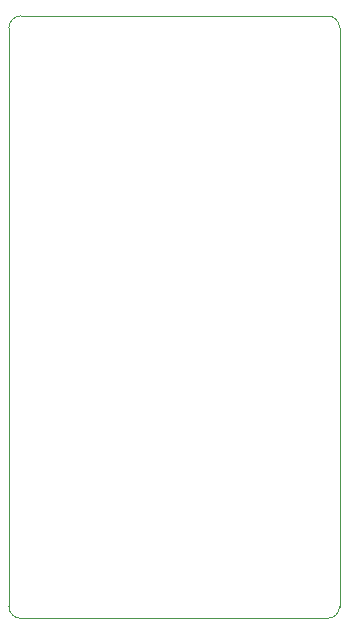
<source format=gbr>
%TF.GenerationSoftware,KiCad,Pcbnew,(6.0.1)*%
%TF.CreationDate,2022-02-13T21:58:50+09:00*%
%TF.ProjectId,yuiop2040,7975696f-7032-4303-9430-2e6b69636164,1*%
%TF.SameCoordinates,Original*%
%TF.FileFunction,Profile,NP*%
%FSLAX46Y46*%
G04 Gerber Fmt 4.6, Leading zero omitted, Abs format (unit mm)*
G04 Created by KiCad (PCBNEW (6.0.1)) date 2022-02-13 21:58:50*
%MOMM*%
%LPD*%
G01*
G04 APERTURE LIST*
%TA.AperFunction,Profile*%
%ADD10C,0.100000*%
%TD*%
G04 APERTURE END LIST*
D10*
X125400001Y-123599999D02*
G75*
G03*
X126400001Y-124599999I999999J-1D01*
G01*
X152399999Y-124599999D02*
X126400001Y-124599999D01*
X152399999Y-124599999D02*
G75*
G03*
X153399999Y-123599999I1J999999D01*
G01*
X126400000Y-73600000D02*
G75*
G03*
X125400000Y-74600000I-1J-999999D01*
G01*
X153399999Y-74600001D02*
G75*
G03*
X152399999Y-73600001I-999999J1D01*
G01*
X153399999Y-74600001D02*
X153399999Y-123599999D01*
X152399999Y-73600001D02*
X126400000Y-73600000D01*
X125400000Y-74600000D02*
X125400001Y-123599999D01*
M02*

</source>
